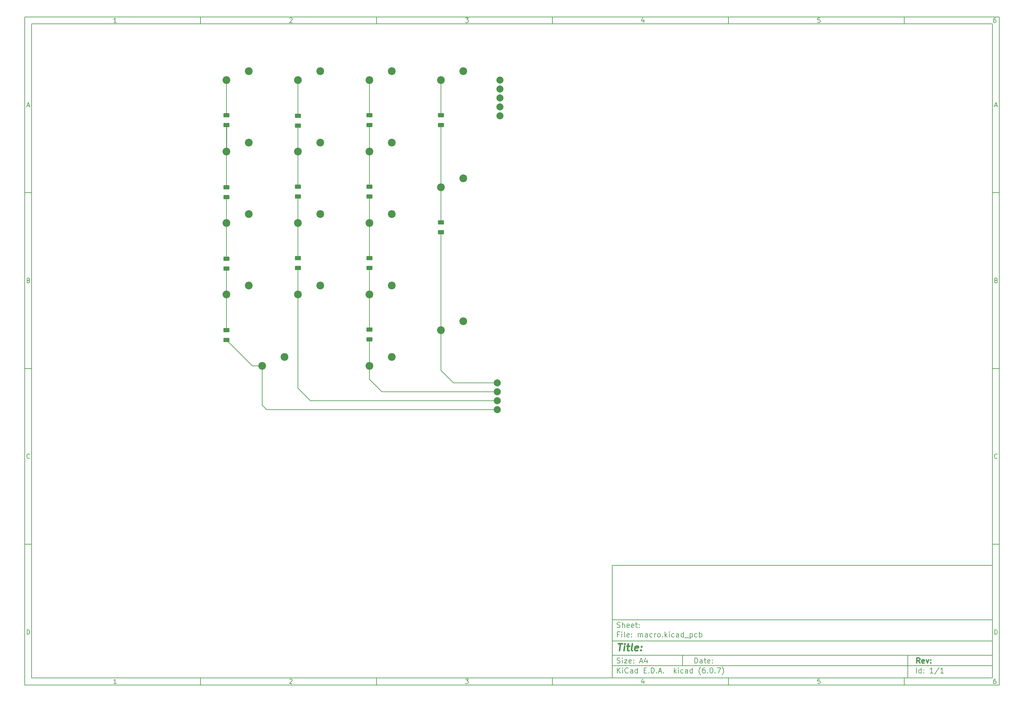
<source format=gbr>
%TF.GenerationSoftware,KiCad,Pcbnew,(6.0.7)*%
%TF.CreationDate,2022-08-16T17:25:39+02:00*%
%TF.ProjectId,macro,6d616372-6f2e-46b6-9963-61645f706362,rev?*%
%TF.SameCoordinates,Original*%
%TF.FileFunction,Copper,L1,Top*%
%TF.FilePolarity,Positive*%
%FSLAX46Y46*%
G04 Gerber Fmt 4.6, Leading zero omitted, Abs format (unit mm)*
G04 Created by KiCad (PCBNEW (6.0.7)) date 2022-08-16 17:25:39*
%MOMM*%
%LPD*%
G01*
G04 APERTURE LIST*
G04 Aperture macros list*
%AMRoundRect*
0 Rectangle with rounded corners*
0 $1 Rounding radius*
0 $2 $3 $4 $5 $6 $7 $8 $9 X,Y pos of 4 corners*
0 Add a 4 corners polygon primitive as box body*
4,1,4,$2,$3,$4,$5,$6,$7,$8,$9,$2,$3,0*
0 Add four circle primitives for the rounded corners*
1,1,$1+$1,$2,$3*
1,1,$1+$1,$4,$5*
1,1,$1+$1,$6,$7*
1,1,$1+$1,$8,$9*
0 Add four rect primitives between the rounded corners*
20,1,$1+$1,$2,$3,$4,$5,0*
20,1,$1+$1,$4,$5,$6,$7,0*
20,1,$1+$1,$6,$7,$8,$9,0*
20,1,$1+$1,$8,$9,$2,$3,0*%
G04 Aperture macros list end*
%ADD10C,0.100000*%
%ADD11C,0.150000*%
%ADD12C,0.300000*%
%ADD13C,0.400000*%
%TA.AperFunction,NonConductor*%
%ADD14C,0.200000*%
%TD*%
%TA.AperFunction,ComponentPad*%
%ADD15C,2.000000*%
%TD*%
%TA.AperFunction,SMDPad,CuDef*%
%ADD16RoundRect,0.250000X0.625000X-0.375000X0.625000X0.375000X-0.625000X0.375000X-0.625000X-0.375000X0*%
%TD*%
%TA.AperFunction,ComponentPad*%
%ADD17C,2.200000*%
%TD*%
%TA.AperFunction,Conductor*%
%ADD18C,0.200000*%
%TD*%
%TA.AperFunction,Conductor*%
%ADD19C,0.250000*%
%TD*%
G04 APERTURE END LIST*
D10*
D11*
X177002200Y-166007200D02*
X177002200Y-198007200D01*
X285002200Y-198007200D01*
X285002200Y-166007200D01*
X177002200Y-166007200D01*
D10*
D11*
X10000000Y-10000000D02*
X10000000Y-200007200D01*
X287002200Y-200007200D01*
X287002200Y-10000000D01*
X10000000Y-10000000D01*
D10*
D11*
X12000000Y-12000000D02*
X12000000Y-198007200D01*
X285002200Y-198007200D01*
X285002200Y-12000000D01*
X12000000Y-12000000D01*
D10*
D11*
X60000000Y-12000000D02*
X60000000Y-10000000D01*
D10*
D11*
X110000000Y-12000000D02*
X110000000Y-10000000D01*
D10*
D11*
X160000000Y-12000000D02*
X160000000Y-10000000D01*
D10*
D11*
X210000000Y-12000000D02*
X210000000Y-10000000D01*
D10*
D11*
X260000000Y-12000000D02*
X260000000Y-10000000D01*
D10*
D11*
X36065476Y-11588095D02*
X35322619Y-11588095D01*
X35694047Y-11588095D02*
X35694047Y-10288095D01*
X35570238Y-10473809D01*
X35446428Y-10597619D01*
X35322619Y-10659523D01*
D10*
D11*
X85322619Y-10411904D02*
X85384523Y-10350000D01*
X85508333Y-10288095D01*
X85817857Y-10288095D01*
X85941666Y-10350000D01*
X86003571Y-10411904D01*
X86065476Y-10535714D01*
X86065476Y-10659523D01*
X86003571Y-10845238D01*
X85260714Y-11588095D01*
X86065476Y-11588095D01*
D10*
D11*
X135260714Y-10288095D02*
X136065476Y-10288095D01*
X135632142Y-10783333D01*
X135817857Y-10783333D01*
X135941666Y-10845238D01*
X136003571Y-10907142D01*
X136065476Y-11030952D01*
X136065476Y-11340476D01*
X136003571Y-11464285D01*
X135941666Y-11526190D01*
X135817857Y-11588095D01*
X135446428Y-11588095D01*
X135322619Y-11526190D01*
X135260714Y-11464285D01*
D10*
D11*
X185941666Y-10721428D02*
X185941666Y-11588095D01*
X185632142Y-10226190D02*
X185322619Y-11154761D01*
X186127380Y-11154761D01*
D10*
D11*
X236003571Y-10288095D02*
X235384523Y-10288095D01*
X235322619Y-10907142D01*
X235384523Y-10845238D01*
X235508333Y-10783333D01*
X235817857Y-10783333D01*
X235941666Y-10845238D01*
X236003571Y-10907142D01*
X236065476Y-11030952D01*
X236065476Y-11340476D01*
X236003571Y-11464285D01*
X235941666Y-11526190D01*
X235817857Y-11588095D01*
X235508333Y-11588095D01*
X235384523Y-11526190D01*
X235322619Y-11464285D01*
D10*
D11*
X285941666Y-10288095D02*
X285694047Y-10288095D01*
X285570238Y-10350000D01*
X285508333Y-10411904D01*
X285384523Y-10597619D01*
X285322619Y-10845238D01*
X285322619Y-11340476D01*
X285384523Y-11464285D01*
X285446428Y-11526190D01*
X285570238Y-11588095D01*
X285817857Y-11588095D01*
X285941666Y-11526190D01*
X286003571Y-11464285D01*
X286065476Y-11340476D01*
X286065476Y-11030952D01*
X286003571Y-10907142D01*
X285941666Y-10845238D01*
X285817857Y-10783333D01*
X285570238Y-10783333D01*
X285446428Y-10845238D01*
X285384523Y-10907142D01*
X285322619Y-11030952D01*
D10*
D11*
X60000000Y-198007200D02*
X60000000Y-200007200D01*
D10*
D11*
X110000000Y-198007200D02*
X110000000Y-200007200D01*
D10*
D11*
X160000000Y-198007200D02*
X160000000Y-200007200D01*
D10*
D11*
X210000000Y-198007200D02*
X210000000Y-200007200D01*
D10*
D11*
X260000000Y-198007200D02*
X260000000Y-200007200D01*
D10*
D11*
X36065476Y-199595295D02*
X35322619Y-199595295D01*
X35694047Y-199595295D02*
X35694047Y-198295295D01*
X35570238Y-198481009D01*
X35446428Y-198604819D01*
X35322619Y-198666723D01*
D10*
D11*
X85322619Y-198419104D02*
X85384523Y-198357200D01*
X85508333Y-198295295D01*
X85817857Y-198295295D01*
X85941666Y-198357200D01*
X86003571Y-198419104D01*
X86065476Y-198542914D01*
X86065476Y-198666723D01*
X86003571Y-198852438D01*
X85260714Y-199595295D01*
X86065476Y-199595295D01*
D10*
D11*
X135260714Y-198295295D02*
X136065476Y-198295295D01*
X135632142Y-198790533D01*
X135817857Y-198790533D01*
X135941666Y-198852438D01*
X136003571Y-198914342D01*
X136065476Y-199038152D01*
X136065476Y-199347676D01*
X136003571Y-199471485D01*
X135941666Y-199533390D01*
X135817857Y-199595295D01*
X135446428Y-199595295D01*
X135322619Y-199533390D01*
X135260714Y-199471485D01*
D10*
D11*
X185941666Y-198728628D02*
X185941666Y-199595295D01*
X185632142Y-198233390D02*
X185322619Y-199161961D01*
X186127380Y-199161961D01*
D10*
D11*
X236003571Y-198295295D02*
X235384523Y-198295295D01*
X235322619Y-198914342D01*
X235384523Y-198852438D01*
X235508333Y-198790533D01*
X235817857Y-198790533D01*
X235941666Y-198852438D01*
X236003571Y-198914342D01*
X236065476Y-199038152D01*
X236065476Y-199347676D01*
X236003571Y-199471485D01*
X235941666Y-199533390D01*
X235817857Y-199595295D01*
X235508333Y-199595295D01*
X235384523Y-199533390D01*
X235322619Y-199471485D01*
D10*
D11*
X285941666Y-198295295D02*
X285694047Y-198295295D01*
X285570238Y-198357200D01*
X285508333Y-198419104D01*
X285384523Y-198604819D01*
X285322619Y-198852438D01*
X285322619Y-199347676D01*
X285384523Y-199471485D01*
X285446428Y-199533390D01*
X285570238Y-199595295D01*
X285817857Y-199595295D01*
X285941666Y-199533390D01*
X286003571Y-199471485D01*
X286065476Y-199347676D01*
X286065476Y-199038152D01*
X286003571Y-198914342D01*
X285941666Y-198852438D01*
X285817857Y-198790533D01*
X285570238Y-198790533D01*
X285446428Y-198852438D01*
X285384523Y-198914342D01*
X285322619Y-199038152D01*
D10*
D11*
X10000000Y-60000000D02*
X12000000Y-60000000D01*
D10*
D11*
X10000000Y-110000000D02*
X12000000Y-110000000D01*
D10*
D11*
X10000000Y-160000000D02*
X12000000Y-160000000D01*
D10*
D11*
X10690476Y-35216666D02*
X11309523Y-35216666D01*
X10566666Y-35588095D02*
X11000000Y-34288095D01*
X11433333Y-35588095D01*
D10*
D11*
X11092857Y-84907142D02*
X11278571Y-84969047D01*
X11340476Y-85030952D01*
X11402380Y-85154761D01*
X11402380Y-85340476D01*
X11340476Y-85464285D01*
X11278571Y-85526190D01*
X11154761Y-85588095D01*
X10659523Y-85588095D01*
X10659523Y-84288095D01*
X11092857Y-84288095D01*
X11216666Y-84350000D01*
X11278571Y-84411904D01*
X11340476Y-84535714D01*
X11340476Y-84659523D01*
X11278571Y-84783333D01*
X11216666Y-84845238D01*
X11092857Y-84907142D01*
X10659523Y-84907142D01*
D10*
D11*
X11402380Y-135464285D02*
X11340476Y-135526190D01*
X11154761Y-135588095D01*
X11030952Y-135588095D01*
X10845238Y-135526190D01*
X10721428Y-135402380D01*
X10659523Y-135278571D01*
X10597619Y-135030952D01*
X10597619Y-134845238D01*
X10659523Y-134597619D01*
X10721428Y-134473809D01*
X10845238Y-134350000D01*
X11030952Y-134288095D01*
X11154761Y-134288095D01*
X11340476Y-134350000D01*
X11402380Y-134411904D01*
D10*
D11*
X10659523Y-185588095D02*
X10659523Y-184288095D01*
X10969047Y-184288095D01*
X11154761Y-184350000D01*
X11278571Y-184473809D01*
X11340476Y-184597619D01*
X11402380Y-184845238D01*
X11402380Y-185030952D01*
X11340476Y-185278571D01*
X11278571Y-185402380D01*
X11154761Y-185526190D01*
X10969047Y-185588095D01*
X10659523Y-185588095D01*
D10*
D11*
X287002200Y-60000000D02*
X285002200Y-60000000D01*
D10*
D11*
X287002200Y-110000000D02*
X285002200Y-110000000D01*
D10*
D11*
X287002200Y-160000000D02*
X285002200Y-160000000D01*
D10*
D11*
X285692676Y-35216666D02*
X286311723Y-35216666D01*
X285568866Y-35588095D02*
X286002200Y-34288095D01*
X286435533Y-35588095D01*
D10*
D11*
X286095057Y-84907142D02*
X286280771Y-84969047D01*
X286342676Y-85030952D01*
X286404580Y-85154761D01*
X286404580Y-85340476D01*
X286342676Y-85464285D01*
X286280771Y-85526190D01*
X286156961Y-85588095D01*
X285661723Y-85588095D01*
X285661723Y-84288095D01*
X286095057Y-84288095D01*
X286218866Y-84350000D01*
X286280771Y-84411904D01*
X286342676Y-84535714D01*
X286342676Y-84659523D01*
X286280771Y-84783333D01*
X286218866Y-84845238D01*
X286095057Y-84907142D01*
X285661723Y-84907142D01*
D10*
D11*
X286404580Y-135464285D02*
X286342676Y-135526190D01*
X286156961Y-135588095D01*
X286033152Y-135588095D01*
X285847438Y-135526190D01*
X285723628Y-135402380D01*
X285661723Y-135278571D01*
X285599819Y-135030952D01*
X285599819Y-134845238D01*
X285661723Y-134597619D01*
X285723628Y-134473809D01*
X285847438Y-134350000D01*
X286033152Y-134288095D01*
X286156961Y-134288095D01*
X286342676Y-134350000D01*
X286404580Y-134411904D01*
D10*
D11*
X285661723Y-185588095D02*
X285661723Y-184288095D01*
X285971247Y-184288095D01*
X286156961Y-184350000D01*
X286280771Y-184473809D01*
X286342676Y-184597619D01*
X286404580Y-184845238D01*
X286404580Y-185030952D01*
X286342676Y-185278571D01*
X286280771Y-185402380D01*
X286156961Y-185526190D01*
X285971247Y-185588095D01*
X285661723Y-185588095D01*
D10*
D11*
X200434342Y-193785771D02*
X200434342Y-192285771D01*
X200791485Y-192285771D01*
X201005771Y-192357200D01*
X201148628Y-192500057D01*
X201220057Y-192642914D01*
X201291485Y-192928628D01*
X201291485Y-193142914D01*
X201220057Y-193428628D01*
X201148628Y-193571485D01*
X201005771Y-193714342D01*
X200791485Y-193785771D01*
X200434342Y-193785771D01*
X202577200Y-193785771D02*
X202577200Y-193000057D01*
X202505771Y-192857200D01*
X202362914Y-192785771D01*
X202077200Y-192785771D01*
X201934342Y-192857200D01*
X202577200Y-193714342D02*
X202434342Y-193785771D01*
X202077200Y-193785771D01*
X201934342Y-193714342D01*
X201862914Y-193571485D01*
X201862914Y-193428628D01*
X201934342Y-193285771D01*
X202077200Y-193214342D01*
X202434342Y-193214342D01*
X202577200Y-193142914D01*
X203077200Y-192785771D02*
X203648628Y-192785771D01*
X203291485Y-192285771D02*
X203291485Y-193571485D01*
X203362914Y-193714342D01*
X203505771Y-193785771D01*
X203648628Y-193785771D01*
X204720057Y-193714342D02*
X204577200Y-193785771D01*
X204291485Y-193785771D01*
X204148628Y-193714342D01*
X204077200Y-193571485D01*
X204077200Y-193000057D01*
X204148628Y-192857200D01*
X204291485Y-192785771D01*
X204577200Y-192785771D01*
X204720057Y-192857200D01*
X204791485Y-193000057D01*
X204791485Y-193142914D01*
X204077200Y-193285771D01*
X205434342Y-193642914D02*
X205505771Y-193714342D01*
X205434342Y-193785771D01*
X205362914Y-193714342D01*
X205434342Y-193642914D01*
X205434342Y-193785771D01*
X205434342Y-192857200D02*
X205505771Y-192928628D01*
X205434342Y-193000057D01*
X205362914Y-192928628D01*
X205434342Y-192857200D01*
X205434342Y-193000057D01*
D10*
D11*
X177002200Y-194507200D02*
X285002200Y-194507200D01*
D10*
D11*
X178434342Y-196585771D02*
X178434342Y-195085771D01*
X179291485Y-196585771D02*
X178648628Y-195728628D01*
X179291485Y-195085771D02*
X178434342Y-195942914D01*
X179934342Y-196585771D02*
X179934342Y-195585771D01*
X179934342Y-195085771D02*
X179862914Y-195157200D01*
X179934342Y-195228628D01*
X180005771Y-195157200D01*
X179934342Y-195085771D01*
X179934342Y-195228628D01*
X181505771Y-196442914D02*
X181434342Y-196514342D01*
X181220057Y-196585771D01*
X181077200Y-196585771D01*
X180862914Y-196514342D01*
X180720057Y-196371485D01*
X180648628Y-196228628D01*
X180577200Y-195942914D01*
X180577200Y-195728628D01*
X180648628Y-195442914D01*
X180720057Y-195300057D01*
X180862914Y-195157200D01*
X181077200Y-195085771D01*
X181220057Y-195085771D01*
X181434342Y-195157200D01*
X181505771Y-195228628D01*
X182791485Y-196585771D02*
X182791485Y-195800057D01*
X182720057Y-195657200D01*
X182577200Y-195585771D01*
X182291485Y-195585771D01*
X182148628Y-195657200D01*
X182791485Y-196514342D02*
X182648628Y-196585771D01*
X182291485Y-196585771D01*
X182148628Y-196514342D01*
X182077200Y-196371485D01*
X182077200Y-196228628D01*
X182148628Y-196085771D01*
X182291485Y-196014342D01*
X182648628Y-196014342D01*
X182791485Y-195942914D01*
X184148628Y-196585771D02*
X184148628Y-195085771D01*
X184148628Y-196514342D02*
X184005771Y-196585771D01*
X183720057Y-196585771D01*
X183577200Y-196514342D01*
X183505771Y-196442914D01*
X183434342Y-196300057D01*
X183434342Y-195871485D01*
X183505771Y-195728628D01*
X183577200Y-195657200D01*
X183720057Y-195585771D01*
X184005771Y-195585771D01*
X184148628Y-195657200D01*
X186005771Y-195800057D02*
X186505771Y-195800057D01*
X186720057Y-196585771D02*
X186005771Y-196585771D01*
X186005771Y-195085771D01*
X186720057Y-195085771D01*
X187362914Y-196442914D02*
X187434342Y-196514342D01*
X187362914Y-196585771D01*
X187291485Y-196514342D01*
X187362914Y-196442914D01*
X187362914Y-196585771D01*
X188077200Y-196585771D02*
X188077200Y-195085771D01*
X188434342Y-195085771D01*
X188648628Y-195157200D01*
X188791485Y-195300057D01*
X188862914Y-195442914D01*
X188934342Y-195728628D01*
X188934342Y-195942914D01*
X188862914Y-196228628D01*
X188791485Y-196371485D01*
X188648628Y-196514342D01*
X188434342Y-196585771D01*
X188077200Y-196585771D01*
X189577200Y-196442914D02*
X189648628Y-196514342D01*
X189577200Y-196585771D01*
X189505771Y-196514342D01*
X189577200Y-196442914D01*
X189577200Y-196585771D01*
X190220057Y-196157200D02*
X190934342Y-196157200D01*
X190077200Y-196585771D02*
X190577200Y-195085771D01*
X191077200Y-196585771D01*
X191577200Y-196442914D02*
X191648628Y-196514342D01*
X191577200Y-196585771D01*
X191505771Y-196514342D01*
X191577200Y-196442914D01*
X191577200Y-196585771D01*
X194577200Y-196585771D02*
X194577200Y-195085771D01*
X194720057Y-196014342D02*
X195148628Y-196585771D01*
X195148628Y-195585771D02*
X194577200Y-196157200D01*
X195791485Y-196585771D02*
X195791485Y-195585771D01*
X195791485Y-195085771D02*
X195720057Y-195157200D01*
X195791485Y-195228628D01*
X195862914Y-195157200D01*
X195791485Y-195085771D01*
X195791485Y-195228628D01*
X197148628Y-196514342D02*
X197005771Y-196585771D01*
X196720057Y-196585771D01*
X196577200Y-196514342D01*
X196505771Y-196442914D01*
X196434342Y-196300057D01*
X196434342Y-195871485D01*
X196505771Y-195728628D01*
X196577200Y-195657200D01*
X196720057Y-195585771D01*
X197005771Y-195585771D01*
X197148628Y-195657200D01*
X198434342Y-196585771D02*
X198434342Y-195800057D01*
X198362914Y-195657200D01*
X198220057Y-195585771D01*
X197934342Y-195585771D01*
X197791485Y-195657200D01*
X198434342Y-196514342D02*
X198291485Y-196585771D01*
X197934342Y-196585771D01*
X197791485Y-196514342D01*
X197720057Y-196371485D01*
X197720057Y-196228628D01*
X197791485Y-196085771D01*
X197934342Y-196014342D01*
X198291485Y-196014342D01*
X198434342Y-195942914D01*
X199791485Y-196585771D02*
X199791485Y-195085771D01*
X199791485Y-196514342D02*
X199648628Y-196585771D01*
X199362914Y-196585771D01*
X199220057Y-196514342D01*
X199148628Y-196442914D01*
X199077200Y-196300057D01*
X199077200Y-195871485D01*
X199148628Y-195728628D01*
X199220057Y-195657200D01*
X199362914Y-195585771D01*
X199648628Y-195585771D01*
X199791485Y-195657200D01*
X202077200Y-197157200D02*
X202005771Y-197085771D01*
X201862914Y-196871485D01*
X201791485Y-196728628D01*
X201720057Y-196514342D01*
X201648628Y-196157200D01*
X201648628Y-195871485D01*
X201720057Y-195514342D01*
X201791485Y-195300057D01*
X201862914Y-195157200D01*
X202005771Y-194942914D01*
X202077200Y-194871485D01*
X203291485Y-195085771D02*
X203005771Y-195085771D01*
X202862914Y-195157200D01*
X202791485Y-195228628D01*
X202648628Y-195442914D01*
X202577200Y-195728628D01*
X202577200Y-196300057D01*
X202648628Y-196442914D01*
X202720057Y-196514342D01*
X202862914Y-196585771D01*
X203148628Y-196585771D01*
X203291485Y-196514342D01*
X203362914Y-196442914D01*
X203434342Y-196300057D01*
X203434342Y-195942914D01*
X203362914Y-195800057D01*
X203291485Y-195728628D01*
X203148628Y-195657200D01*
X202862914Y-195657200D01*
X202720057Y-195728628D01*
X202648628Y-195800057D01*
X202577200Y-195942914D01*
X204077200Y-196442914D02*
X204148628Y-196514342D01*
X204077200Y-196585771D01*
X204005771Y-196514342D01*
X204077200Y-196442914D01*
X204077200Y-196585771D01*
X205077200Y-195085771D02*
X205220057Y-195085771D01*
X205362914Y-195157200D01*
X205434342Y-195228628D01*
X205505771Y-195371485D01*
X205577200Y-195657200D01*
X205577200Y-196014342D01*
X205505771Y-196300057D01*
X205434342Y-196442914D01*
X205362914Y-196514342D01*
X205220057Y-196585771D01*
X205077200Y-196585771D01*
X204934342Y-196514342D01*
X204862914Y-196442914D01*
X204791485Y-196300057D01*
X204720057Y-196014342D01*
X204720057Y-195657200D01*
X204791485Y-195371485D01*
X204862914Y-195228628D01*
X204934342Y-195157200D01*
X205077200Y-195085771D01*
X206220057Y-196442914D02*
X206291485Y-196514342D01*
X206220057Y-196585771D01*
X206148628Y-196514342D01*
X206220057Y-196442914D01*
X206220057Y-196585771D01*
X206791485Y-195085771D02*
X207791485Y-195085771D01*
X207148628Y-196585771D01*
X208220057Y-197157200D02*
X208291485Y-197085771D01*
X208434342Y-196871485D01*
X208505771Y-196728628D01*
X208577200Y-196514342D01*
X208648628Y-196157200D01*
X208648628Y-195871485D01*
X208577200Y-195514342D01*
X208505771Y-195300057D01*
X208434342Y-195157200D01*
X208291485Y-194942914D01*
X208220057Y-194871485D01*
D10*
D11*
X177002200Y-191507200D02*
X285002200Y-191507200D01*
D10*
D12*
X264411485Y-193785771D02*
X263911485Y-193071485D01*
X263554342Y-193785771D02*
X263554342Y-192285771D01*
X264125771Y-192285771D01*
X264268628Y-192357200D01*
X264340057Y-192428628D01*
X264411485Y-192571485D01*
X264411485Y-192785771D01*
X264340057Y-192928628D01*
X264268628Y-193000057D01*
X264125771Y-193071485D01*
X263554342Y-193071485D01*
X265625771Y-193714342D02*
X265482914Y-193785771D01*
X265197200Y-193785771D01*
X265054342Y-193714342D01*
X264982914Y-193571485D01*
X264982914Y-193000057D01*
X265054342Y-192857200D01*
X265197200Y-192785771D01*
X265482914Y-192785771D01*
X265625771Y-192857200D01*
X265697200Y-193000057D01*
X265697200Y-193142914D01*
X264982914Y-193285771D01*
X266197200Y-192785771D02*
X266554342Y-193785771D01*
X266911485Y-192785771D01*
X267482914Y-193642914D02*
X267554342Y-193714342D01*
X267482914Y-193785771D01*
X267411485Y-193714342D01*
X267482914Y-193642914D01*
X267482914Y-193785771D01*
X267482914Y-192857200D02*
X267554342Y-192928628D01*
X267482914Y-193000057D01*
X267411485Y-192928628D01*
X267482914Y-192857200D01*
X267482914Y-193000057D01*
D10*
D11*
X178362914Y-193714342D02*
X178577200Y-193785771D01*
X178934342Y-193785771D01*
X179077200Y-193714342D01*
X179148628Y-193642914D01*
X179220057Y-193500057D01*
X179220057Y-193357200D01*
X179148628Y-193214342D01*
X179077200Y-193142914D01*
X178934342Y-193071485D01*
X178648628Y-193000057D01*
X178505771Y-192928628D01*
X178434342Y-192857200D01*
X178362914Y-192714342D01*
X178362914Y-192571485D01*
X178434342Y-192428628D01*
X178505771Y-192357200D01*
X178648628Y-192285771D01*
X179005771Y-192285771D01*
X179220057Y-192357200D01*
X179862914Y-193785771D02*
X179862914Y-192785771D01*
X179862914Y-192285771D02*
X179791485Y-192357200D01*
X179862914Y-192428628D01*
X179934342Y-192357200D01*
X179862914Y-192285771D01*
X179862914Y-192428628D01*
X180434342Y-192785771D02*
X181220057Y-192785771D01*
X180434342Y-193785771D01*
X181220057Y-193785771D01*
X182362914Y-193714342D02*
X182220057Y-193785771D01*
X181934342Y-193785771D01*
X181791485Y-193714342D01*
X181720057Y-193571485D01*
X181720057Y-193000057D01*
X181791485Y-192857200D01*
X181934342Y-192785771D01*
X182220057Y-192785771D01*
X182362914Y-192857200D01*
X182434342Y-193000057D01*
X182434342Y-193142914D01*
X181720057Y-193285771D01*
X183077200Y-193642914D02*
X183148628Y-193714342D01*
X183077200Y-193785771D01*
X183005771Y-193714342D01*
X183077200Y-193642914D01*
X183077200Y-193785771D01*
X183077200Y-192857200D02*
X183148628Y-192928628D01*
X183077200Y-193000057D01*
X183005771Y-192928628D01*
X183077200Y-192857200D01*
X183077200Y-193000057D01*
X184862914Y-193357200D02*
X185577200Y-193357200D01*
X184720057Y-193785771D02*
X185220057Y-192285771D01*
X185720057Y-193785771D01*
X186862914Y-192785771D02*
X186862914Y-193785771D01*
X186505771Y-192214342D02*
X186148628Y-193285771D01*
X187077200Y-193285771D01*
D10*
D11*
X263434342Y-196585771D02*
X263434342Y-195085771D01*
X264791485Y-196585771D02*
X264791485Y-195085771D01*
X264791485Y-196514342D02*
X264648628Y-196585771D01*
X264362914Y-196585771D01*
X264220057Y-196514342D01*
X264148628Y-196442914D01*
X264077200Y-196300057D01*
X264077200Y-195871485D01*
X264148628Y-195728628D01*
X264220057Y-195657200D01*
X264362914Y-195585771D01*
X264648628Y-195585771D01*
X264791485Y-195657200D01*
X265505771Y-196442914D02*
X265577200Y-196514342D01*
X265505771Y-196585771D01*
X265434342Y-196514342D01*
X265505771Y-196442914D01*
X265505771Y-196585771D01*
X265505771Y-195657200D02*
X265577200Y-195728628D01*
X265505771Y-195800057D01*
X265434342Y-195728628D01*
X265505771Y-195657200D01*
X265505771Y-195800057D01*
X268148628Y-196585771D02*
X267291485Y-196585771D01*
X267720057Y-196585771D02*
X267720057Y-195085771D01*
X267577200Y-195300057D01*
X267434342Y-195442914D01*
X267291485Y-195514342D01*
X269862914Y-195014342D02*
X268577200Y-196942914D01*
X271148628Y-196585771D02*
X270291485Y-196585771D01*
X270720057Y-196585771D02*
X270720057Y-195085771D01*
X270577200Y-195300057D01*
X270434342Y-195442914D01*
X270291485Y-195514342D01*
D10*
D11*
X177002200Y-187507200D02*
X285002200Y-187507200D01*
D10*
D13*
X178714580Y-188211961D02*
X179857438Y-188211961D01*
X179036009Y-190211961D02*
X179286009Y-188211961D01*
X180274104Y-190211961D02*
X180440771Y-188878628D01*
X180524104Y-188211961D02*
X180416961Y-188307200D01*
X180500295Y-188402438D01*
X180607438Y-188307200D01*
X180524104Y-188211961D01*
X180500295Y-188402438D01*
X181107438Y-188878628D02*
X181869342Y-188878628D01*
X181476485Y-188211961D02*
X181262200Y-189926247D01*
X181333628Y-190116723D01*
X181512200Y-190211961D01*
X181702676Y-190211961D01*
X182655057Y-190211961D02*
X182476485Y-190116723D01*
X182405057Y-189926247D01*
X182619342Y-188211961D01*
X184190771Y-190116723D02*
X183988390Y-190211961D01*
X183607438Y-190211961D01*
X183428866Y-190116723D01*
X183357438Y-189926247D01*
X183452676Y-189164342D01*
X183571723Y-188973866D01*
X183774104Y-188878628D01*
X184155057Y-188878628D01*
X184333628Y-188973866D01*
X184405057Y-189164342D01*
X184381247Y-189354819D01*
X183405057Y-189545295D01*
X185155057Y-190021485D02*
X185238390Y-190116723D01*
X185131247Y-190211961D01*
X185047914Y-190116723D01*
X185155057Y-190021485D01*
X185131247Y-190211961D01*
X185286009Y-188973866D02*
X185369342Y-189069104D01*
X185262200Y-189164342D01*
X185178866Y-189069104D01*
X185286009Y-188973866D01*
X185262200Y-189164342D01*
D10*
D11*
X178934342Y-185600057D02*
X178434342Y-185600057D01*
X178434342Y-186385771D02*
X178434342Y-184885771D01*
X179148628Y-184885771D01*
X179720057Y-186385771D02*
X179720057Y-185385771D01*
X179720057Y-184885771D02*
X179648628Y-184957200D01*
X179720057Y-185028628D01*
X179791485Y-184957200D01*
X179720057Y-184885771D01*
X179720057Y-185028628D01*
X180648628Y-186385771D02*
X180505771Y-186314342D01*
X180434342Y-186171485D01*
X180434342Y-184885771D01*
X181791485Y-186314342D02*
X181648628Y-186385771D01*
X181362914Y-186385771D01*
X181220057Y-186314342D01*
X181148628Y-186171485D01*
X181148628Y-185600057D01*
X181220057Y-185457200D01*
X181362914Y-185385771D01*
X181648628Y-185385771D01*
X181791485Y-185457200D01*
X181862914Y-185600057D01*
X181862914Y-185742914D01*
X181148628Y-185885771D01*
X182505771Y-186242914D02*
X182577200Y-186314342D01*
X182505771Y-186385771D01*
X182434342Y-186314342D01*
X182505771Y-186242914D01*
X182505771Y-186385771D01*
X182505771Y-185457200D02*
X182577200Y-185528628D01*
X182505771Y-185600057D01*
X182434342Y-185528628D01*
X182505771Y-185457200D01*
X182505771Y-185600057D01*
X184362914Y-186385771D02*
X184362914Y-185385771D01*
X184362914Y-185528628D02*
X184434342Y-185457200D01*
X184577200Y-185385771D01*
X184791485Y-185385771D01*
X184934342Y-185457200D01*
X185005771Y-185600057D01*
X185005771Y-186385771D01*
X185005771Y-185600057D02*
X185077200Y-185457200D01*
X185220057Y-185385771D01*
X185434342Y-185385771D01*
X185577200Y-185457200D01*
X185648628Y-185600057D01*
X185648628Y-186385771D01*
X187005771Y-186385771D02*
X187005771Y-185600057D01*
X186934342Y-185457200D01*
X186791485Y-185385771D01*
X186505771Y-185385771D01*
X186362914Y-185457200D01*
X187005771Y-186314342D02*
X186862914Y-186385771D01*
X186505771Y-186385771D01*
X186362914Y-186314342D01*
X186291485Y-186171485D01*
X186291485Y-186028628D01*
X186362914Y-185885771D01*
X186505771Y-185814342D01*
X186862914Y-185814342D01*
X187005771Y-185742914D01*
X188362914Y-186314342D02*
X188220057Y-186385771D01*
X187934342Y-186385771D01*
X187791485Y-186314342D01*
X187720057Y-186242914D01*
X187648628Y-186100057D01*
X187648628Y-185671485D01*
X187720057Y-185528628D01*
X187791485Y-185457200D01*
X187934342Y-185385771D01*
X188220057Y-185385771D01*
X188362914Y-185457200D01*
X189005771Y-186385771D02*
X189005771Y-185385771D01*
X189005771Y-185671485D02*
X189077200Y-185528628D01*
X189148628Y-185457200D01*
X189291485Y-185385771D01*
X189434342Y-185385771D01*
X190148628Y-186385771D02*
X190005771Y-186314342D01*
X189934342Y-186242914D01*
X189862914Y-186100057D01*
X189862914Y-185671485D01*
X189934342Y-185528628D01*
X190005771Y-185457200D01*
X190148628Y-185385771D01*
X190362914Y-185385771D01*
X190505771Y-185457200D01*
X190577200Y-185528628D01*
X190648628Y-185671485D01*
X190648628Y-186100057D01*
X190577200Y-186242914D01*
X190505771Y-186314342D01*
X190362914Y-186385771D01*
X190148628Y-186385771D01*
X191291485Y-186242914D02*
X191362914Y-186314342D01*
X191291485Y-186385771D01*
X191220057Y-186314342D01*
X191291485Y-186242914D01*
X191291485Y-186385771D01*
X192005771Y-186385771D02*
X192005771Y-184885771D01*
X192148628Y-185814342D02*
X192577200Y-186385771D01*
X192577200Y-185385771D02*
X192005771Y-185957200D01*
X193220057Y-186385771D02*
X193220057Y-185385771D01*
X193220057Y-184885771D02*
X193148628Y-184957200D01*
X193220057Y-185028628D01*
X193291485Y-184957200D01*
X193220057Y-184885771D01*
X193220057Y-185028628D01*
X194577200Y-186314342D02*
X194434342Y-186385771D01*
X194148628Y-186385771D01*
X194005771Y-186314342D01*
X193934342Y-186242914D01*
X193862914Y-186100057D01*
X193862914Y-185671485D01*
X193934342Y-185528628D01*
X194005771Y-185457200D01*
X194148628Y-185385771D01*
X194434342Y-185385771D01*
X194577200Y-185457200D01*
X195862914Y-186385771D02*
X195862914Y-185600057D01*
X195791485Y-185457200D01*
X195648628Y-185385771D01*
X195362914Y-185385771D01*
X195220057Y-185457200D01*
X195862914Y-186314342D02*
X195720057Y-186385771D01*
X195362914Y-186385771D01*
X195220057Y-186314342D01*
X195148628Y-186171485D01*
X195148628Y-186028628D01*
X195220057Y-185885771D01*
X195362914Y-185814342D01*
X195720057Y-185814342D01*
X195862914Y-185742914D01*
X197220057Y-186385771D02*
X197220057Y-184885771D01*
X197220057Y-186314342D02*
X197077200Y-186385771D01*
X196791485Y-186385771D01*
X196648628Y-186314342D01*
X196577200Y-186242914D01*
X196505771Y-186100057D01*
X196505771Y-185671485D01*
X196577200Y-185528628D01*
X196648628Y-185457200D01*
X196791485Y-185385771D01*
X197077200Y-185385771D01*
X197220057Y-185457200D01*
X197577200Y-186528628D02*
X198720057Y-186528628D01*
X199077200Y-185385771D02*
X199077200Y-186885771D01*
X199077200Y-185457200D02*
X199220057Y-185385771D01*
X199505771Y-185385771D01*
X199648628Y-185457200D01*
X199720057Y-185528628D01*
X199791485Y-185671485D01*
X199791485Y-186100057D01*
X199720057Y-186242914D01*
X199648628Y-186314342D01*
X199505771Y-186385771D01*
X199220057Y-186385771D01*
X199077200Y-186314342D01*
X201077200Y-186314342D02*
X200934342Y-186385771D01*
X200648628Y-186385771D01*
X200505771Y-186314342D01*
X200434342Y-186242914D01*
X200362914Y-186100057D01*
X200362914Y-185671485D01*
X200434342Y-185528628D01*
X200505771Y-185457200D01*
X200648628Y-185385771D01*
X200934342Y-185385771D01*
X201077200Y-185457200D01*
X201720057Y-186385771D02*
X201720057Y-184885771D01*
X201720057Y-185457200D02*
X201862914Y-185385771D01*
X202148628Y-185385771D01*
X202291485Y-185457200D01*
X202362914Y-185528628D01*
X202434342Y-185671485D01*
X202434342Y-186100057D01*
X202362914Y-186242914D01*
X202291485Y-186314342D01*
X202148628Y-186385771D01*
X201862914Y-186385771D01*
X201720057Y-186314342D01*
D10*
D11*
X177002200Y-181507200D02*
X285002200Y-181507200D01*
D10*
D11*
X178362914Y-183614342D02*
X178577200Y-183685771D01*
X178934342Y-183685771D01*
X179077200Y-183614342D01*
X179148628Y-183542914D01*
X179220057Y-183400057D01*
X179220057Y-183257200D01*
X179148628Y-183114342D01*
X179077200Y-183042914D01*
X178934342Y-182971485D01*
X178648628Y-182900057D01*
X178505771Y-182828628D01*
X178434342Y-182757200D01*
X178362914Y-182614342D01*
X178362914Y-182471485D01*
X178434342Y-182328628D01*
X178505771Y-182257200D01*
X178648628Y-182185771D01*
X179005771Y-182185771D01*
X179220057Y-182257200D01*
X179862914Y-183685771D02*
X179862914Y-182185771D01*
X180505771Y-183685771D02*
X180505771Y-182900057D01*
X180434342Y-182757200D01*
X180291485Y-182685771D01*
X180077200Y-182685771D01*
X179934342Y-182757200D01*
X179862914Y-182828628D01*
X181791485Y-183614342D02*
X181648628Y-183685771D01*
X181362914Y-183685771D01*
X181220057Y-183614342D01*
X181148628Y-183471485D01*
X181148628Y-182900057D01*
X181220057Y-182757200D01*
X181362914Y-182685771D01*
X181648628Y-182685771D01*
X181791485Y-182757200D01*
X181862914Y-182900057D01*
X181862914Y-183042914D01*
X181148628Y-183185771D01*
X183077200Y-183614342D02*
X182934342Y-183685771D01*
X182648628Y-183685771D01*
X182505771Y-183614342D01*
X182434342Y-183471485D01*
X182434342Y-182900057D01*
X182505771Y-182757200D01*
X182648628Y-182685771D01*
X182934342Y-182685771D01*
X183077200Y-182757200D01*
X183148628Y-182900057D01*
X183148628Y-183042914D01*
X182434342Y-183185771D01*
X183577200Y-182685771D02*
X184148628Y-182685771D01*
X183791485Y-182185771D02*
X183791485Y-183471485D01*
X183862914Y-183614342D01*
X184005771Y-183685771D01*
X184148628Y-183685771D01*
X184648628Y-183542914D02*
X184720057Y-183614342D01*
X184648628Y-183685771D01*
X184577200Y-183614342D01*
X184648628Y-183542914D01*
X184648628Y-183685771D01*
X184648628Y-182757200D02*
X184720057Y-182828628D01*
X184648628Y-182900057D01*
X184577200Y-182828628D01*
X184648628Y-182757200D01*
X184648628Y-182900057D01*
D10*
D12*
D10*
D11*
D10*
D11*
D10*
D11*
D10*
D11*
D10*
D11*
X197002200Y-191507200D02*
X197002200Y-194507200D01*
D10*
D11*
X261002200Y-191507200D02*
X261002200Y-198007200D01*
D14*
X144272001Y-114046000D02*
G75*
G03*
X144272001Y-114046000I-1J0D01*
G01*
D15*
%TO.P,,1*%
%TO.N,N/C*%
X145034000Y-27940000D03*
%TD*%
%TO.P,,1*%
%TO.N,N/C*%
X145034000Y-38100000D03*
%TD*%
%TO.P,,1*%
%TO.N,N/C*%
X145034000Y-35560000D03*
%TD*%
%TO.P,,1*%
%TO.N,N/C*%
X145034000Y-33020000D03*
%TD*%
%TO.P,,1*%
%TO.N,N/C*%
X145034000Y-30480000D03*
%TD*%
%TO.P,,1*%
%TO.N,N/C*%
X144272000Y-114046000D03*
%TD*%
%TO.P,,1*%
%TO.N,N/C*%
X144272000Y-121666000D03*
%TD*%
%TO.P,,1*%
%TO.N,N/C*%
X144272000Y-119126000D03*
%TD*%
%TO.P,,1*%
%TO.N,N/C*%
X144272000Y-116586000D03*
%TD*%
D16*
%TO.P,Diode,1*%
%TO.N,N/C*%
X107950000Y-101730000D03*
%TO.P,Diode,2*%
X107950000Y-98930000D03*
%TD*%
%TO.P,Diode,1*%
%TO.N,N/C*%
X128270000Y-71250000D03*
%TO.P,Diode,2*%
X128270000Y-68450000D03*
%TD*%
%TO.P,Diode,1*%
%TO.N,N/C*%
X107950000Y-81410000D03*
%TO.P,Diode,2*%
X107950000Y-78610000D03*
%TD*%
%TO.P,Diode,1*%
%TO.N,N/C*%
X87630000Y-81410000D03*
%TO.P,Diode,2*%
X87630000Y-78610000D03*
%TD*%
%TO.P,Diode,1*%
%TO.N,N/C*%
X107950000Y-61090000D03*
%TO.P,Diode,2*%
X107950000Y-58290000D03*
%TD*%
%TO.P,Diode,1*%
%TO.N,N/C*%
X87630000Y-61090000D03*
%TO.P,Diode,2*%
X87630000Y-58290000D03*
%TD*%
%TO.P,Diode,1*%
%TO.N,N/C*%
X128270000Y-40770000D03*
%TO.P,Diode,2*%
X128270000Y-37970000D03*
%TD*%
%TO.P,Diode,1*%
%TO.N,N/C*%
X107950000Y-40770000D03*
%TO.P,Diode,2*%
X107950000Y-37970000D03*
%TD*%
%TO.P,Diode,1*%
%TO.N,N/C*%
X87630000Y-40900000D03*
%TO.P,Diode,2*%
X87630000Y-38100000D03*
%TD*%
%TO.P,Diode,1*%
%TO.N,N/C*%
X67310000Y-101860000D03*
%TO.P,Diode,2*%
X67310000Y-99060000D03*
%TD*%
%TO.P,Diode,1*%
%TO.N,N/C*%
X67310000Y-81540000D03*
%TO.P,Diode,2*%
X67310000Y-78740000D03*
%TD*%
%TO.P,Diode,1*%
%TO.N,N/C*%
X67310000Y-61220000D03*
%TO.P,Diode,2*%
X67310000Y-58420000D03*
%TD*%
%TO.P,Diode,1*%
%TO.N,N/C*%
X67310000Y-40770000D03*
%TO.P,Diode,2*%
X67310000Y-37970000D03*
%TD*%
D17*
%TO.P,0,1*%
%TO.N,N/C*%
X83820000Y-106680000D03*
%TO.P,0,2*%
X77470000Y-109220000D03*
%TD*%
%TO.P,=,1*%
%TO.N,N/C*%
X134620000Y-96520000D03*
%TO.P,=,2*%
X128270000Y-99060000D03*
%TD*%
%TO.P,+,1*%
%TO.N,N/C*%
X134620000Y-55880000D03*
%TO.P,+,2*%
X128270000Y-58420000D03*
%TD*%
%TO.P,.,2*%
%TO.N,N/C*%
X107950000Y-109220000D03*
%TO.P,.,1*%
X114300000Y-106680000D03*
%TD*%
%TO.P,-,1*%
%TO.N,N/C*%
X134620000Y-25400000D03*
%TO.P,-,2*%
X128270000Y-27940000D03*
%TD*%
%TO.P,\u002A,2*%
%TO.N,N/C*%
X107950000Y-27940000D03*
%TO.P,\u002A,1*%
X114300000Y-25400000D03*
%TD*%
%TO.P,/,1*%
%TO.N,N/C*%
X93980000Y-25400000D03*
%TO.P,/,2*%
X87630000Y-27940000D03*
%TD*%
%TO.P,Macro Key,1*%
%TO.N,N/C*%
X73660000Y-25400000D03*
%TO.P,Macro Key,2*%
X67310000Y-27940000D03*
%TD*%
%TO.P,2,1*%
%TO.N,N/C*%
X93980000Y-86360000D03*
%TO.P,2,2*%
X87630000Y-88900000D03*
%TD*%
%TO.P,1,1*%
%TO.N,N/C*%
X73660000Y-86360000D03*
%TO.P,1,2*%
X67310000Y-88900000D03*
%TD*%
%TO.P,3,1*%
%TO.N,N/C*%
X114300000Y-86360000D03*
%TO.P,3,2*%
X107950000Y-88900000D03*
%TD*%
%TO.P,6,1*%
%TO.N,N/C*%
X114300000Y-66040000D03*
%TO.P,6,2*%
X107950000Y-68580000D03*
%TD*%
%TO.P,5,1*%
%TO.N,N/C*%
X93980000Y-66040000D03*
%TO.P,5,2*%
X87630000Y-68580000D03*
%TD*%
%TO.P,4,1*%
%TO.N,N/C*%
X73660000Y-66040000D03*
%TO.P,4,2*%
X67310000Y-68580000D03*
%TD*%
%TO.P,9,1*%
%TO.N,N/C*%
X114300000Y-45720000D03*
%TO.P,9,2*%
X107950000Y-48260000D03*
%TD*%
%TO.P,8,1*%
%TO.N,N/C*%
X93980000Y-45720000D03*
%TO.P,8,2*%
X87630000Y-48260000D03*
%TD*%
%TO.P,7,1*%
%TO.N,N/C*%
X73660000Y-45720000D03*
%TO.P,7,2*%
X67310000Y-48260000D03*
%TD*%
D18*
%TO.N,*%
X128270000Y-71250000D02*
X128270000Y-99060000D01*
X128270000Y-58420000D02*
X128270000Y-68450000D01*
X128270000Y-40770000D02*
X128270000Y-58420000D01*
X128270000Y-27940000D02*
X128270000Y-37970000D01*
X77470000Y-120396000D02*
X78740000Y-121666000D01*
X78740000Y-121666000D02*
X144272000Y-121666000D01*
X77470000Y-109220000D02*
X77470000Y-120396000D01*
X91186000Y-119126000D02*
X144272000Y-119126000D01*
X87630000Y-115570000D02*
X91186000Y-119126000D01*
X87630000Y-88900000D02*
X87630000Y-115570000D01*
X111506000Y-116586000D02*
X144272000Y-116586000D01*
X107950000Y-109220000D02*
X107950000Y-113030000D01*
X107950000Y-113030000D02*
X111506000Y-116586000D01*
X131826000Y-114046000D02*
X144272000Y-114046000D01*
X128270000Y-110490000D02*
X131826000Y-114046000D01*
X128270000Y-99060000D02*
X128270000Y-110490000D01*
X107950000Y-101730000D02*
X107950000Y-109220000D01*
X107950000Y-88900000D02*
X107950000Y-98930000D01*
X107950000Y-81410000D02*
X107950000Y-88900000D01*
X107950000Y-68580000D02*
X107950000Y-78610000D01*
X107950000Y-61090000D02*
X107950000Y-68580000D01*
X107950000Y-48260000D02*
X107950000Y-58290000D01*
X107950000Y-40770000D02*
X107950000Y-48260000D01*
X107950000Y-27940000D02*
X107950000Y-37970000D01*
X87630000Y-81410000D02*
X87630000Y-88900000D01*
X87630000Y-68580000D02*
X87630000Y-78610000D01*
X87630000Y-61090000D02*
X87630000Y-68580000D01*
X87630000Y-48260000D02*
X87630000Y-58290000D01*
X87630000Y-40900000D02*
X87630000Y-48260000D01*
X87630000Y-27940000D02*
X87630000Y-38100000D01*
X74670000Y-109220000D02*
X77470000Y-109220000D01*
X67310000Y-101860000D02*
X74670000Y-109220000D01*
X67310000Y-88900000D02*
X67310000Y-99060000D01*
X67310000Y-81540000D02*
X67310000Y-88900000D01*
X67310000Y-61220000D02*
X67310000Y-68580000D01*
D19*
X67310000Y-40770000D02*
X67310000Y-48260000D01*
D18*
X67310000Y-48260000D02*
X67310000Y-58420000D01*
X67310000Y-68580000D02*
X67310000Y-78740000D01*
X67310000Y-27940000D02*
X67310000Y-37970000D01*
%TD*%
M02*

</source>
